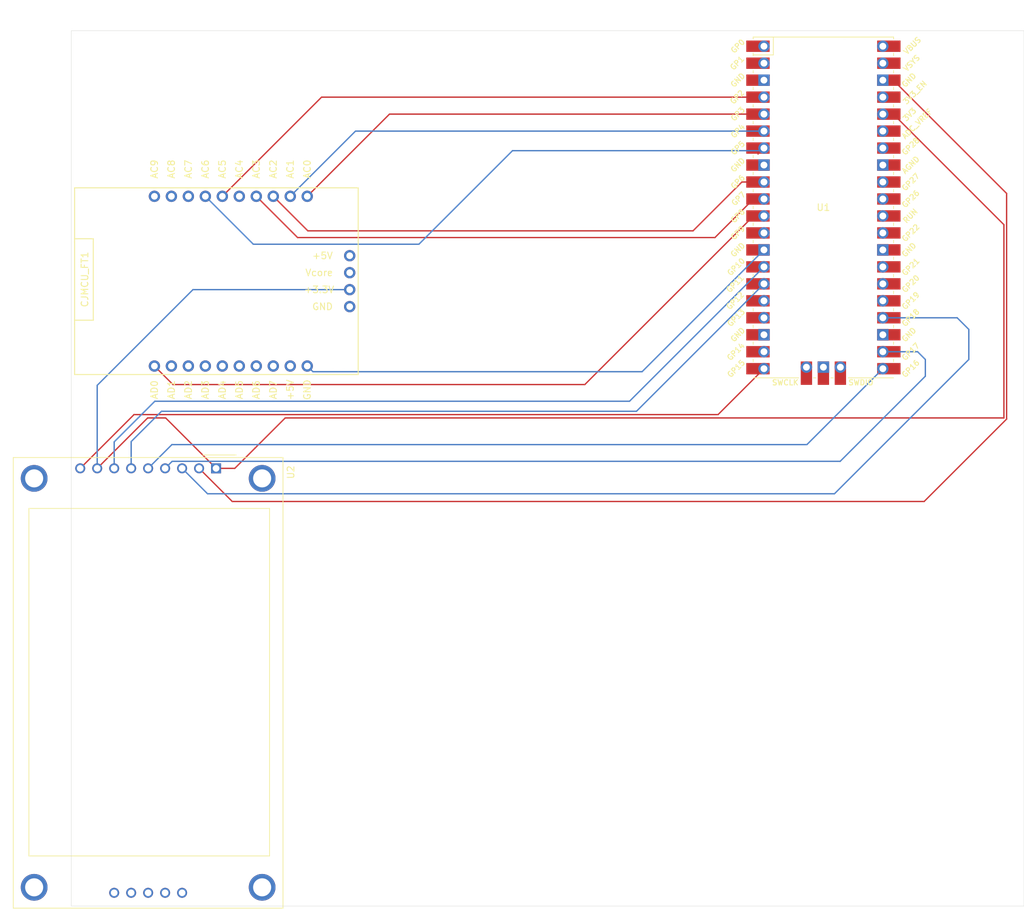
<source format=kicad_pcb>
(kicad_pcb (version 20241229) (generator "pcbnew") (generator_version "9.0")
  (layers (0 "F.Cu" signal) (2 "B.Cu" signal) (13 "F.Paste" user) (15 "B.Paste" user) (5 "F.SilkS" user "F.Silkscreen") (7 "B.SilkS" user "B.Silkscreen") (1 "F.Mask" user) (3 "B.Mask" user) (25 "Edge.Cuts" user))
  (net 0 "")
  (net 2 "Net-(U1-3V3)")
  (net 6 "Net-(U1-GPIO7)")
  (net 9 "Net-(U1-GPIO2)")
  (net 10 "Net-(U1-GPIO6)")
  (net 11 "Net-(U1-GPIO8)")
  (net 13 "Net-(U1-GPIO5)")
  (net 17 "Net-(U1-GPIO3)")
  (net 18 "Net-(U1-GPIO4)")
  (net 23 "Net-(CJMCU_FT1-GND-PadGND1)")
  (net 25 "Net-(U1-GPIO10)")
  (net 29 "Net-(U1-GPIO16)")
  (net 30 "Net-(U2-GND)")
  (net 34 "Net-(U1-GPIO11)")
  (net 40 "Net-(U1-GPIO17)")
  (net 47 "Net-(U1-GPIO18)")
  (net 54 "Net-(U1-GPIO15)")
  (net 59 "unconnected-(U1-GND-Pad3)")
  (footprint "Indira_Setu:RPi_Pico_SMD_TH" (layer "F.Cu") (at 166.5 56.5)
    (property "Reference" "U1" (at 0 0 0) (layer "F.SilkS"))
    (property "Value" "Pico")
    (fp_line (start -10.5 -25.5) (end -10.5 -25.2) (stroke (width 0.12)) (layer "F.SilkS"))
    (fp_line (start -10.5 -25.5) (end 10.5 -25.5) (stroke (width 0.12)) (layer "F.SilkS"))
    (fp_line (start -10.5 -23.1) (end -10.5 -22.7) (stroke (width 0.12)) (layer "F.SilkS"))
    (fp_line (start -10.5 -22.833) (end -7.493 -22.833) (stroke (width 0.12)) (layer "F.SilkS"))
    (fp_line (start -10.5 -20.5) (end -10.5 -20.1) (stroke (width 0.12)) (layer "F.SilkS"))
    (fp_line (start -10.5 -18) (end -10.5 -17.6) (stroke (width 0.12)) (layer "F.SilkS"))
    (fp_line (start -10.5 -15.4) (end -10.5 -15) (stroke (width 0.12)) (layer "F.SilkS"))
    (fp_line (start -10.5 -12.9) (end -10.5 -12.5) (stroke (width 0.12)) (layer "F.SilkS"))
    (fp_line (start -10.5 -10.4) (end -10.5 -10) (stroke (width 0.12)) (layer "F.SilkS"))
    (fp_line (start -10.5 -7.8) (end -10.5 -7.4) (stroke (width 0.12)) (layer "F.SilkS"))
    (fp_line (start -10.5 -5.3) (end -10.5 -4.9) (stroke (width 0.12)) (layer "F.SilkS"))
    (fp_line (start -10.5 -2.7) (end -10.5 -2.3) (stroke (width 0.12)) (layer "F.SilkS"))
    (fp_line (start -10.5 -0.2) (end -10.5 0.2) (stroke (width 0.12)) (layer "F.SilkS"))
    (fp_line (start -10.5 2.3) (end -10.5 2.7) (stroke (width 0.12)) (layer "F.SilkS"))
    (fp_line (start -10.5 4.9) (end -10.5 5.3) (stroke (width 0.12)) (layer "F.SilkS"))
    (fp_line (start -10.5 7.4) (end -10.5 7.8) (stroke (width 0.12)) (layer "F.SilkS"))
    (fp_line (start -10.5 10) (end -10.5 10.4) (stroke (width 0.12)) (layer "F.SilkS"))
    (fp_line (start -10.5 12.5) (end -10.5 12.9) (stroke (width 0.12)) (layer "F.SilkS"))
    (fp_line (start -10.5 15.1) (end -10.5 15.5) (stroke (width 0.12)) (layer "F.SilkS"))
    (fp_line (start -10.5 17.6) (end -10.5 18) (stroke (width 0.12)) (layer "F.SilkS"))
    (fp_line (start -10.5 20.1) (end -10.5 20.5) (stroke (width 0.12)) (layer "F.SilkS"))
    (fp_line (start -10.5 22.7) (end -10.5 23.1) (stroke (width 0.12)) (layer "F.SilkS"))
    (fp_line (start -7.493 -22.833) (end -7.493 -25.5) (stroke (width 0.12)) (layer "F.SilkS"))
    (fp_line (start -3.7 25.5) (end -10.5 25.5) (stroke (width 0.12)) (layer "F.SilkS"))
    (fp_line (start -1.5 25.5) (end -1.1 25.5) (stroke (width 0.12)) (layer "F.SilkS"))
    (fp_line (start 1.1 25.5) (end 1.5 25.5) (stroke (width 0.12)) (layer "F.SilkS"))
    (fp_line (start 10.5 -25.5) (end 10.5 -25.2) (stroke (width 0.12)) (layer "F.SilkS"))
    (fp_line (start 10.5 -23.1) (end 10.5 -22.7) (stroke (width 0.12)) (layer "F.SilkS"))
    (fp_line (start 10.5 -20.5) (end 10.5 -20.1) (stroke (width 0.12)) (layer "F.SilkS"))
    (fp_line (start 10.5 -18) (end 10.5 -17.6) (stroke (width 0.12)) (layer "F.SilkS"))
    (fp_line (start 10.5 -15.4) (end 10.5 -15) (stroke (width 0.12)) (layer "F.SilkS"))
    (fp_line (start 10.5 -12.9) (end 10.5 -12.5) (stroke (width 0.12)) (layer "F.SilkS"))
    (fp_line (start 10.5 -10.4) (end 10.5 -10) (stroke (width 0.12)) (layer "F.SilkS"))
    (fp_line (start 10.5 -7.8) (end 10.5 -7.4) (stroke (width 0.12)) (layer "F.SilkS"))
    (fp_line (start 10.5 -5.3) (end 10.5 -4.9) (stroke (width 0.12)) (layer "F.SilkS"))
    (fp_line (start 10.5 -2.7) (end 10.5 -2.3) (stroke (width 0.12)) (layer "F.SilkS"))
    (fp_line (start 10.5 -0.2) (end 10.5 0.2) (stroke (width 0.12)) (layer "F.SilkS"))
    (fp_line (start 10.5 2.3) (end 10.5 2.7) (stroke (width 0.12)) (layer "F.SilkS"))
    (fp_line (start 10.5 4.9) (end 10.5 5.3) (stroke (width 0.12)) (layer "F.SilkS"))
    (fp_line (start 10.5 7.4) (end 10.5 7.8) (stroke (width 0.12)) (layer "F.SilkS"))
    (fp_line (start 10.5 10) (end 10.5 10.4) (stroke (width 0.12)) (layer "F.SilkS"))
    (fp_line (start 10.5 12.5) (end 10.5 12.9) (stroke (width 0.12)) (layer "F.SilkS"))
    (fp_line (start 10.5 15.1) (end 10.5 15.5) (stroke (width 0.12)) (layer "F.SilkS"))
    (fp_line (start 10.5 17.6) (end 10.5 18) (stroke (width 0.12)) (layer "F.SilkS"))
    (fp_line (start 10.5 20.1) (end 10.5 20.5) (stroke (width 0.12)) (layer "F.SilkS"))
    (fp_line (start 10.5 22.7) (end 10.5 23.1) (stroke (width 0.12)) (layer "F.SilkS"))
    (fp_line (start 10.5 25.5) (end 3.7 25.5) (stroke (width 0.12)) (layer "F.SilkS"))
    (fp_text user "GP10" (at -13.054 8.89 45) (layer "F.SilkS") (effects (font (size 0.8 0.8))))
    (fp_text user "SWCLK" (at -5.7 26.2 0) (layer "F.SilkS") (effects (font (size 0.8 0.8))))
    (fp_text user "GP17" (at 13.054 21.59 45) (layer "F.SilkS") (effects (font (size 0.8 0.8))))
    (fp_text user "GP26" (at 13.054 -1.27 45) (layer "F.SilkS") (effects (font (size 0.8 0.8))))
    (fp_text user "GND" (at 12.8 6.35 45) (layer "F.SilkS") (effects (font (size 0.8 0.8))))
    (fp_text user "GP14" (at -13.1 21.59 45) (layer "F.SilkS") (effects (font (size 0.8 0.8))))
    (fp_text user "GP20" (at 13.054 11.43 45) (layer "F.SilkS") (effects (font (size 0.8 0.8))))
    (fp_text user "RUN" (at 13 1.27 45) (layer "F.SilkS") (effects (font (size 0.8 0.8))))
    (fp_text user "GP6" (at -12.8 -3.81 45) (layer "F.SilkS") (effects (font (size 0.8 0.8))))
    (fp_text user "AGND" (at 13.054 -6.35 45) (layer "F.SilkS") (effects (font (size 0.8 0.8))))
    (fp_text user "GND" (at -12.8 -19.05 45) (layer "F.SilkS") (effects (font (size 0.8 0.8))))
    (fp_text user "3V3" (at 12.9 -13.9 45) (layer "F.SilkS") (effects (font (size 0.8 0.8))))
    (fp_text user "GND" (at -12.8 19.05 45) (layer "F.SilkS") (effects (font (size 0.8 0.8))))
    (fp_text user "SWDIO" (at 5.6 26.2 0) (layer "F.SilkS") (effects (font (size 0.8 0.8))))
    (fp_text user "GP0" (at -12.8 -24.13 45) (layer "F.SilkS") (effects (font (size 0.8 0.8))))
    (fp_text user "GP27" (at 13.054 -3.8 45) (layer "F.SilkS") (effects (font (size 0.8 0.8))))
    (fp_text user "GP22" (at 13.054 3.81 45) (layer "F.SilkS") (effects (font (size 0.8 0.8))))
    (fp_text user "GP18" (at 13.054 16.51 45) (layer "F.SilkS") (effects (font (size 0.8 0.8))))
    (fp_text user "3V3_EN" (at 13.7 -17.2 45) (layer "F.SilkS") (effects (font (size 0.8 0.8))))
    (fp_text user "VBUS" (at 13.3 -24.2 45) (layer "F.SilkS") (effects (font (size 0.8 0.8))))
    (fp_text user "GP9" (at -12.8 3.81 45) (layer "F.SilkS") (effects (font (size 0.8 0.8))))
    (fp_text user "GP11" (at -13.2 11.43 45) (layer "F.SilkS") (effects (font (size 0.8 0.8))))
    (fp_text user "GP15" (at -13.054 24.13 45) (layer "F.SilkS") (effects (font (size 0.8 0.8))))
    (fp_text user "GP19" (at 13.054 13.97 45) (layer "F.SilkS") (effects (font (size 0.8 0.8))))
    (fp_text user "GP7" (at -12.7 -1.3 45) (layer "F.SilkS") (effects (font (size 0.8 0.8))))
    (fp_text user "GP12" (at -13.2 13.97 45) (layer "F.SilkS") (effects (font (size 0.8 0.8))))
    (fp_text user "GP21" (at 13.054 8.9 45) (layer "F.SilkS") (effects (font (size 0.8 0.8))))
    (fp_text user "GP2" (at -12.9 -16.51 45) (layer "F.SilkS") (effects (font (size 0.8 0.8))))
    (fp_text user "GP28" (at 13.054 -9.144 45) (layer "F.SilkS") (effects (font (size 0.8 0.8))))
    (fp_text user "ADC_VREF" (at 14 -12.5 45) (layer "F.SilkS") (effects (font (size 0.8 0.8))))
    (fp_text user "GND" (at 12.8 19.05 45) (layer "F.SilkS") (effects (font (size 0.8 0.8))))
    (fp_text user "GP13" (at -13.054 16.51 45) (layer "F.SilkS") (effects (font (size 0.8 0.8))))
    (fp_text user "GP1" (at -12.9 -21.6 45) (layer "F.SilkS") (effects (font (size 0.8 0.8))))
    (fp_text user "GP4" (at -12.8 -11.43 45) (layer "F.SilkS") (effects (font (size 0.8 0.8))))
    (fp_text user "GND" (at 12.8 -19.05 45) (layer "F.SilkS") (effects (font (size 0.8 0.8))))
    (fp_text user "GP8" (at -12.8 1.27 45) (layer "F.SilkS") (effects (font (size 0.8 0.8))))
    (fp_text user "GP16" (at 13.054 24.13 45) (layer "F.SilkS") (effects (font (size 0.8 0.8))))
    (fp_text user "GP3" (at -12.8 -13.97 45) (layer "F.SilkS") (effects (font (size 0.8 0.8))))
    (fp_text user "VSYS" (at 13.2 -21.59 45) (layer "F.SilkS") (effects (font (size 0.8 0.8))))
    (fp_text user "GND" (at -12.8 -6.35 45) (layer "F.SilkS") (effects (font (size 0.8 0.8))))
    (fp_text user "GP5" (at -12.8 -8.89 45) (layer "F.SilkS") (effects (font (size 0.8 0.8))))
    (fp_text user "GND" (at -12.8 6.35 45) (layer "F.SilkS") (effects (font (size 0.8 0.8))))
    (pad "" np_thru_hole oval (at -2.725 -24) (size 1.8 1.8) (drill 1.8) (layers "*.Cu" "*.Mask"))
    (pad "" np_thru_hole oval (at -2.425 -20.97) (size 1.5 1.5) (drill 1.5) (layers "*.Cu" "*.Mask"))
    (pad "" np_thru_hole oval (at 2.425 -20.97) (size 1.5 1.5) (drill 1.5) (layers "*.Cu" "*.Mask"))
    (pad "" np_thru_hole oval (at 2.725 -24) (size 1.8 1.8) (drill 1.8) (layers "*.Cu" "*.Mask"))
    (pad "1" thru_hole oval (at -8.89 -24.13) (size 1.7 1.7) (drill 1.02) (layers "*.Cu" "*.Mask"))
    (pad "1" smd rect (at -8.89 -24.13) (size 3.5 1.7) (drill (offset -0.9 0)) (layers "F.Cu" "F.Mask"))
    (pad "2" thru_hole oval (at -8.89 -21.59) (size 1.7 1.7) (drill 1.02) (layers "*.Cu" "*.Mask"))
    (pad "2" smd rect (at -8.89 -21.59) (size 3.5 1.7) (drill (offset -0.9 0)) (layers "F.Cu" "F.Mask"))
    (pad "3" thru_hole rect (at -8.89 -19.05) (size 1.7 1.7) (drill 1.02) (layers "*.Cu" "*.Mask") (net 59 "unconnected-(U1-GND-Pad3)"))
    (pad "3" smd rect (at -8.89 -19.05) (size 3.5 1.7) (drill (offset -0.9 0)) (layers "F.Cu" "F.Mask") (net 59 "unconnected-(U1-GND-Pad3)"))
    (pad "4" thru_hole oval (at -8.89 -16.51) (size 1.7 1.7) (drill 1.02) (layers "*.Cu" "*.Mask") (net 9 "Net-(U1-GPIO2)"))
    (pad "4" smd rect (at -8.89 -16.51) (size 3.5 1.7) (drill (offset -0.9 0)) (layers "F.Cu" "F.Mask") (net 9 "Net-(U1-GPIO2)"))
    (pad "5" thru_hole oval (at -8.89 -13.97) (size 1.7 1.7) (drill 1.02) (layers "*.Cu" "*.Mask") (net 17 "Net-(U1-GPIO3)"))
    (pad "5" smd rect (at -8.89 -13.97) (size 3.5 1.7) (drill (offset -0.9 0)) (layers "F.Cu" "F.Mask") (net 17 "Net-(U1-GPIO3)"))
    (pad "6" thru_hole oval (at -8.89 -11.43) (size 1.7 1.7) (drill 1.02) (layers "*.Cu" "*.Mask") (net 18 "Net-(U1-GPIO4)"))
    (pad "6" smd rect (at -8.89 -11.43) (size 3.5 1.7) (drill (offset -0.9 0)) (layers "F.Cu" "F.Mask") (net 18 "Net-(U1-GPIO4)"))
    (pad "7" thru_hole oval (at -8.89 -8.89) (size 1.7 1.7) (drill 1.02) (layers "*.Cu" "*.Mask") (net 13 "Net-(U1-GPIO5)"))
    (pad "7" smd rect (at -8.89 -8.89) (size 3.5 1.7) (drill (offset -0.9 0)) (layers "F.Cu" "F.Mask") (net 13 "Net-(U1-GPIO5)"))
    (pad "8" thru_hole rect (at -8.89 -6.35) (size 1.7 1.7) (drill 1.02) (layers "*.Cu" "*.Mask"))
    (pad "8" smd rect (at -8.89 -6.35) (size 3.5 1.7) (drill (offset -0.9 0)) (layers "F.Cu" "F.Mask"))
    (pad "9" thru_hole oval (at -8.89 -3.81) (size 1.7 1.7) (drill 1.02) (layers "*.Cu" "*.Mask") (net 10 "Net-(U1-GPIO6)"))
    (pad "9" smd rect (at -8.89 -3.81) (size 3.5 1.7) (drill (offset -0.9 0)) (layers "F.Cu" "F.Mask") (net 10 "Net-(U1-GPIO6)"))
    (pad "10" thru_hole oval (at -8.89 -1.27) (size 1.7 1.7) (drill 1.02) (layers "*.Cu" "*.Mask") (net 6 "Net-(U1-GPIO7)"))
    (pad "10" smd rect (at -8.89 -1.27) (size 3.5 1.7) (drill (offset -0.9 0)) (layers "F.Cu" "F.Mask") (net 6 "Net-(U1-GPIO7)"))
    (pad "11" thru_hole oval (at -8.89 1.27) (size 1.7 1.7) (drill 1.02) (layers "*.Cu" "*.Mask") (net 11 "Net-(U1-GPIO8)"))
    (pad "11" smd rect (at -8.89 1.27) (size 3.5 1.7) (drill (offset -0.9 0)) (layers "F.Cu" "F.Mask") (net 11 "Net-(U1-GPIO8)"))
    (pad "12" thru_hole oval (at -8.89 3.81) (size 1.7 1.7) (drill 1.02) (layers "*.Cu" "*.Mask"))
    (pad "12" smd rect (at -8.89 3.81) (size 3.5 1.7) (drill (offset -0.9 0)) (layers "F.Cu" "F.Mask"))
    (pad "13" thru_hole rect (at -8.89 6.35) (size 1.7 1.7) (drill 1.02) (layers "*.Cu" "*.Mask") (net 23 "Net-(CJMCU_FT1-GND-PadGND1)"))
    (pad "13" smd rect (at -8.89 6.35) (size 3.5 1.7) (drill (offset -0.9 0)) (layers "F.Cu" "F.Mask") (net 23 "Net-(CJMCU_FT1-GND-PadGND1)"))
    (pad "14" thru_hole oval (at -8.89 8.89) (size 1.7 1.7) (drill 1.02) (layers "*.Cu" "*.Mask") (net 25 "Net-(U1-GPIO10)"))
    (pad "14" smd rect (at -8.89 8.89) (size 3.5 1.7) (drill (offset -0.9 0)) (layers "F.Cu" "F.Mask") (net 25 "Net-(U1-GPIO10)"))
    (pad "15" thru_hole oval (at -8.89 11.43) (size 1.7 1.7) (drill 1.02) (layers "*.Cu" "*.Mask") (net 34 "Net-(U1-GPIO11)"))
    (pad "15" smd rect (at -8.89 11.43) (size 3.5 1.7) (drill (offset -0.9 0)) (layers "F.Cu" "F.Mask") (net 34 "Net-(U1-GPIO11)"))
    (pad "16" thru_hole oval (at -8.89 13.97) (size 1.7 1.7) (drill 1.02) (layers "*.Cu" "*.Mask"))
    (pad "16" smd rect (at -8.89 13.97) (size 3.5 1.7) (drill (offset -0.9 0)) (layers "F.Cu" "F.Mask"))
    (pad "17" thru_hole oval (at -8.89 16.51) (size 1.7 1.7) (drill 1.02) (layers "*.Cu" "*.Mask"))
    (pad "17" smd rect (at -8.89 16.51) (size 3.5 1.7) (drill (offset -0.9 0)) (layers "F.Cu" "F.Mask"))
    (pad "18" thru_hole rect (at -8.89 19.05) (size 1.7 1.7) (drill 1.02) (layers "*.Cu" "*.Mask"))
    (pad "18" smd rect (at -8.89 19.05) (size 3.5 1.7) (drill (offset -0.9 0)) (layers "F.Cu" "F.Mask"))
    (pad "19" thru_hole oval (at -8.89 21.59) (size 1.7 1.7) (drill 1.02) (layers "*.Cu" "*.Mask"))
    (pad "19" smd rect (at -8.89 21.59) (size 3.5 1.7) (drill (offset -0.9 0)) (layers "F.Cu" "F.Mask"))
    (pad "20" thru_hole oval (at -8.89 24.13) (size 1.7 1.7) (drill 1.02) (layers "*.Cu" "*.Mask") (net 54 "Net-(U1-GPIO15)"))
    (pad "20" smd rect (at -8.89 24.13) (size 3.5 1.7) (drill (offset -0.9 0)) (layers "F.Cu" "F.Mask") (net 54 "Net-(U1-GPIO15)"))
    (pad "21" thru_hole oval (at 8.89 24.13) (size 1.7 1.7) (drill 1.02) (layers "*.Cu" "*.Mask") (net 29 "Net-(U1-GPIO16)"))
    (pad "21" smd rect (at 8.89 24.13) (size 3.5 1.7) (drill (offset 0.9 0)) (layers "F.Cu" "F.Mask") (net 29 "Net-(U1-GPIO16)"))
    (pad "22" thru_hole oval (at 8.89 21.59) (size 1.7 1.7) (drill 1.02) (layers "*.Cu" "*.Mask") (net 40 "Net-(U1-GPIO17)"))
    (pad "22" smd rect (at 8.89 21.59) (size 3.5 1.7) (drill (offset 0.9 0)) (layers "F.Cu" "F.Mask") (net 40 "Net-(U1-GPIO17)"))
    (pad "23" thru_hole rect (at 8.89 19.05) (size 1.7 1.7) (drill 1.02) (layers "*.Cu" "*.Mask"))
    (pad "23" smd rect (at 8.89 19.05) (size 3.5 1.7) (drill (offset 0.9 0)) (layers "F.Cu" "F.Mask"))
    (pad "24" thru_hole oval (at 8.89 16.51) (size 1.7 1.7) (drill 1.02) (layers "*.Cu" "*.Mask") (net 47 "Net-(U1-GPIO18)"))
    (pad "24" smd rect (at 8.89 16.51) (size 3.5 1.7) (drill (offset 0.9 0)) (layers "F.Cu" "F.Mask") (net 47 "Net-(U1-GPIO18)"))
    (pad "25" thru_hole oval (at 8.89 13.97) (size 1.7 1.7) (drill 1.02) (layers "*.Cu" "*.Mask"))
    (pad "25" smd rect (at 8.89 13.97) (size 3.5 1.7) (drill (offset 0.9 0)) (layers "F.Cu" "F.Mask"))
    (pad "26" thru_hole oval (at 8.89 11.43) (size 1.7 1.7) (drill 1.02) (layers "*.Cu" "*.Mask"))
    (pad "26" smd rect (at 8.89 11.43) (size 3.5 1.7) (drill (offset 0.9 0)) (layers "F.Cu" "F.Mask"))
    (pad "27" thru_hole oval (at 8.89 8.89) (size 1.7 1.7) (drill 1.02) (layers "*.Cu" "*.Mask"))
    (pad "27" smd rect (at 8.89 8.89) (size 3.5 1.7) (drill (offset 0.9 0)) (layers "F.Cu" "F.Mask"))
    (pad "28" thru_hole rect (at 8.89 6.35) (size 1.7 1.7) (drill 1.02) (layers "*.Cu" "*.Mask"))
    (pad "28" smd rect (at 8.89 6.35) (size 3.5 1.7) (drill (offset 0.9 0)) (layers "F.Cu" "F.Mask"))
    (pad "29" thru_hole oval (at 8.89 3.81) (size 1.7 1.7) (drill 1.02) (layers "*.Cu" "*.Mask"))
    (pad "29" smd rect (at 8.89 3.81) (size 3.5 1.7) (drill (offset 0.9 0)) (layers "F.Cu" "F.Mask"))
    (pad "30" thru_hole oval (at 8.89 1.27) (size 1.7 1.7) (drill 1.02) (layers "*.Cu" "*.Mask"))
    (pad "30" smd rect (at 8.89 1.27) (size 3.5 1.7) (drill (offset 0.9 0)) (layers "F.Cu" "F.Mask"))
    (pad "31" thru_hole oval (at 8.89 -1.27) (size 1.7 1.7) (drill 1.02) (layers "*.Cu" "*.Mask"))
    (pad "31" smd rect (at 8.89 -1.27) (size 3.5 1.7) (drill (offset 0.9 0)) (layers "F.Cu" "F.Mask"))
    (pad "32" thru_hole oval (at 8.89 -3.81) (size 1.7 1.7) (drill 1.02) (layers "*.Cu" "*.Mask"))
    (pad "32" smd rect (at 8.89 -3.81) (size 3.5 1.7) (drill (offset 0.9 0)) (layers "F.Cu" "F.Mask"))
    (pad "33" thru_hole rect (at 8.89 -6.35) (size 1.7 1.7) (drill 1.02) (layers "*.Cu" "*.Mask"))
    (pad "33" smd rect (at 8.89 -6.35) (size 3.5 1.7) (drill (offset 0.9 0)) (layers "F.Cu" "F.Mask"))
    (pad "34" thru_hole oval (at 8.89 -8.89) (size 1.7 1.7) (drill 1.02) (layers "*.Cu" "*.Mask"))
    (pad "34" smd rect (at 8.89 -8.89) (size 3.5 1.7) (drill (offset 0.9 0)) (layers "F.Cu" "F.Mask"))
    (pad "35" thru_hole oval (at 8.89 -11.43) (size 1.7 1.7) (drill 1.02) (layers "*.Cu" "*.Mask"))
    (pad "35" smd rect (at 8.89 -11.43) (size 3.5 1.7) (drill (offset 0.9 0)) (layers "F.Cu" "F.Mask"))
    (pad "36" thru_hole oval (at 8.89 -13.97) (size 1.7 1.7) (drill 1.02) (layers "*.Cu" "*.Mask") (net 2 "Net-(U1-3V3)"))
    (pad "36" smd rect (at 8.89 -13.97) (size 3.5 1.7) (drill (offset 0.9 0)) (layers "F.Cu" "F.Mask") (net 2 "Net-(U1-3V3)"))
    (pad "37" thru_hole oval (at 8.89 -16.51) (size 1.7 1.7) (drill 1.02) (layers "*.Cu" "*.Mask"))
    (pad "37" smd rect (at 8.89 -16.51) (size 3.5 1.7) (drill (offset 0.9 0)) (layers "F.Cu" "F.Mask"))
    (pad "38" thru_hole rect (at 8.89 -19.05) (size 1.7 1.7) (drill 1.02) (layers "*.Cu" "*.Mask") (net 30 "Net-(U2-GND)"))
    (pad "38" smd rect (at 8.89 -19.05) (size 3.5 1.7) (drill (offset 0.9 0)) (layers "F.Cu" "F.Mask") (net 30 "Net-(U2-GND)"))
    (pad "39" thru_hole oval (at 8.89 -21.59) (size 1.7 1.7) (drill 1.02) (layers "*.Cu" "*.Mask"))
    (pad "39" smd rect (at 8.89 -21.59) (size 3.5 1.7) (drill (offset 0.9 0)) (layers "F.Cu" "F.Mask"))
    (pad "40" thru_hole oval (at 8.89 -24.13) (size 1.7 1.7) (drill 1.02) (layers "*.Cu" "*.Mask"))
    (pad "40" smd rect (at 8.89 -24.13) (size 3.5 1.7) (drill (offset 0.9 0)) (layers "F.Cu" "F.Mask"))
    (pad "41" thru_hole oval (at -2.54 23.9) (size 1.7 1.7) (drill 1.02) (layers "*.Cu" "*.Mask"))
    (pad "41" smd rect (at -2.54 23.9 90) (size 3.5 1.7) (drill (offset -0.9 0)) (layers "F.Cu" "F.Mask"))
    (pad "42" thru_hole rect (at 0 23.9) (size 1.7 1.7) (drill 1.02) (layers "*.Cu" "*.Mask"))
    (pad "42" smd rect (at 0 23.9 90) (size 3.5 1.7) (drill (offset -0.9 0)) (layers "F.Cu" "F.Mask"))
    (pad "43" thru_hole oval (at 2.54 23.9) (size 1.7 1.7) (drill 1.02) (layers "*.Cu" "*.Mask"))
    (pad "43" smd rect (at 2.54 23.9 90) (size 3.5 1.7) (drill (offset -0.9 0)) (layers "F.Cu" "F.Mask"))
  )
  (footprint "Indira_Setu:CJMCU_FT232H" (layer "F.Cu") (at 54.5 81.5 90)
    (property "Reference" "CJMCU_FT1" (at 14.224 1.524 90) (layer "F.SilkS"))
    (property "Value" "CJMCU_FT232H")
    (fp_line (start 19.812 0) (end 27.94 0) (stroke (width 0.15)) (layer "F.SilkS"))
    (fp_line (start 19.812 0) (end 7.62 0) (stroke (width 0.15)) (layer "F.SilkS"))
    (fp_line (start 8.128 0) (end 8.128 2.794) (stroke (width 0.15)) (layer "F.SilkS"))
    (fp_line (start 0 0) (end 7.62 0) (stroke (width 0.15)) (layer "F.SilkS"))
    (fp_line (start 0 0) (end 0 42.418) (stroke (width 0.15)) (layer "F.SilkS"))
    (fp_line (start 20.32 2.794) (end 20.32 0) (stroke (width 0.15)) (layer "F.SilkS"))
    (fp_line (start 8.128 2.794) (end 20.32 2.794) (stroke (width 0.15)) (layer "F.SilkS"))
    (fp_line (start 27.94 42.418) (end 27.94 0) (stroke (width 0.15)) (layer "F.SilkS"))
    (fp_line (start 0 42.418) (end 27.94 42.418) (stroke (width 0.15)) (layer "F.SilkS"))
    (fp_text user "AD6" (at -2.286 27.178 90) (layer "F.SilkS"))
    (fp_text user "AC2" (at 30.734 29.718 90) (layer "F.SilkS"))
    (fp_text user "AD1" (at -2.286 14.478 90) (layer "F.SilkS"))
    (fp_text user "AC8" (at 30.734 14.478 90) (layer "F.SilkS"))
    (fp_text user "AC9" (at 30.734 11.938 90) (layer "F.SilkS"))
    (fp_text user "AD7" (at -2.286 29.718 90) (layer "F.SilkS"))
    (fp_text user "AC1" (at 30.734 32.258 90) (layer "F.SilkS"))
    (fp_text user "AC3" (at 30.734 27.178 90) (layer "F.SilkS"))
    (fp_text user "AD0" (at -2.286 11.938 90) (layer "F.SilkS"))
    (fp_text user "+3.3V" (at 12.7 36.576 0) (layer "F.SilkS"))
    (fp_text user "+5V" (at 17.78 37.084 0) (layer "F.SilkS"))
    (fp_text user "AC7" (at 30.734 17.018 90) (layer "F.SilkS"))
    (fp_text user "AC0" (at 30.734 34.798 90) (layer "F.SilkS"))
    (fp_text user "AD3" (at -2.286 19.558 90) (layer "F.SilkS"))
    (fp_text user "AC6" (at 30.734 19.558 90) (layer "F.SilkS"))
    (fp_text user "AD4" (at -2.286 22.098 90) (layer "F.SilkS"))
    (fp_text user "GND" (at -2.286 34.798 90) (layer "F.SilkS"))
    (fp_text user "AD2" (at -2.286 17.018 90) (layer "F.SilkS"))
    (fp_text user "AC5" (at 30.734 22.098 90) (layer "F.SilkS"))
    (fp_text user "Vcore" (at 15.24 36.576 0) (layer "F.SilkS"))
    (fp_text user "AD5" (at -2.286 24.638 90) (layer "F.SilkS"))
    (fp_text user "AC4" (at 30.734 24.638 90) (layer "F.SilkS"))
    (fp_text user "+5V" (at -2.286 32.258 90) (layer "F.SilkS"))
    (fp_text user "GND" (at 10.16 37.084 0) (layer "F.SilkS"))
    (pad "" np_thru_hole circle (at 3.048 3.048 90) (size 4 4) (drill 4) (layers "*.Cu" "*.Mask"))
    (pad "" np_thru_hole circle (at 3.048 39.37 90) (size 4 4) (drill 4) (layers "*.Cu" "*.Mask"))
    (pad "" np_thru_hole circle (at 24.892 3.048 90) (size 4 4) (drill 4) (layers "*.Cu" "*.Mask"))
    (pad "" np_thru_hole circle (at 24.892 39.37 90) (size 4 4) (drill 4) (layers "*.Cu" "*.Mask"))
    (pad "+3.3V" thru_hole circle (at 12.7 41.148 90) (size 1.7 1.7) (drill 1) (layers "*.Cu" "*.Mask") (net 2 "Net-(U1-3V3)"))
    (pad "+5V1" thru_hole circle (at 1.27 32.258 90) (size 1.7 1.7) (drill 1) (layers "*.Cu" "*.Mask"))
    (pad "+5V2" thru_hole circle (at 17.78 41.148 90) (size 1.7 1.7) (drill 1) (layers "*.Cu" "*.Mask"))
    (pad "AC0" thru_hole circle (at 26.67 34.798 90) (size 1.7 1.7) (drill 1) (layers "*.Cu" "*.Mask") (net 17 "Net-(U1-GPIO3)"))
    (pad "AC1" thru_hole circle (at 26.67 32.258 90) (size 1.7 1.7) (drill 1) (layers "*.Cu" "*.Mask") (net 18 "Net-(U1-GPIO4)"))
    (pad "AC2" thru_hole circle (at 26.67 29.718 90) (size 1.7 1.7) (drill 1) (layers "*.Cu" "*.Mask") (net 10 "Net-(U1-GPIO6)"))
    (pad "AC3" thru_hole circle (at 26.67 27.178 90) (size 1.7 1.7) (drill 1) (layers "*.Cu" "*.Mask") (net 6 "Net-(U1-GPIO7)"))
    (pad "AC4" thru_hole circle (at 26.67 24.638 90) (size 1.7 1.7) (drill 1) (layers "*.Cu" "*.Mask"))
    (pad "AC5" thru_hole circle (at 26.67 22.098 90) (size 1.7 1.7) (drill 1) (layers "*.Cu" "*.Mask") (net 9 "Net-(U1-GPIO2)"))
    (pad "AC6" thru_hole circle (at 26.67 19.558 90) (size 1.7 1.7) (drill 1) (layers "*.Cu" "*.Mask") (net 13 "Net-(U1-GPIO5)"))
    (pad "AC7" thru_hole circle (at 26.67 17.018 90) (size 1.7 1.7) (drill 1) (layers "*.Cu" "*.Mask"))
    (pad "AC8" thru_hole circle (at 26.67 14.478 90) (size 1.7 1.7) (drill 1) (layers "*.Cu" "*.Mask"))
    (pad "AC9" thru_hole circle (at 26.67 11.938 90) (size 1.7 1.7) (drill 1) (layers "*.Cu" "*.Mask"))
    (pad "AD0" thru_hole circle (at 1.27 11.938 90) (size 1.7 1.7) (drill 1) (layers "*.Cu" "*.Mask") (net 11 "Net-(U1-GPIO8)"))
    (pad "AD1" thru_hole circle (at 1.27 14.478 90) (size 1.7 1.7) (drill 1) (layers "*.Cu" "*.Mask"))
    (pad "AD2" thru_hole circle (at 1.27 17.018 90) (size 1.7 1.7) (drill 1) (layers "*.Cu" "*.Mask"))
    (pad "AD3" thru_hole circle (at 1.27 19.558 90) (size 1.7 1.7) (drill 1) (layers "*.Cu" "*.Mask"))
    (pad "AD4" thru_hole circle (at 1.27 22.098 90) (size 1.7 1.7) (drill 1) (layers "*.Cu" "*.Mask"))
    (pad "AD5" thru_hole circle (at 1.27 24.638 90) (size 1.7 1.7) (drill 1) (layers "*.Cu" "*.Mask"))
    (pad "AD6" thru_hole circle (at 1.27 27.178 90) (size 1.7 1.7) (drill 1) (layers "*.Cu" "*.Mask"))
    (pad "AD7" thru_hole circle (at 1.27 29.718 90) (size 1.7 1.7) (drill 1) (layers "*.Cu" "*.Mask"))
    (pad "GND1" thru_hole circle (at 1.27 34.798 90) (size 1.7 1.7) (drill 1) (layers "*.Cu" "*.Mask") (net 23 "Net-(CJMCU_FT1-GND-PadGND1)"))
    (pad "GND2" thru_hole circle (at 10.16 41.148 90) (size 1.7 1.7) (drill 1) (layers "*.Cu" "*.Mask"))
    (pad "Vcore" thru_hole circle (at 15.24 41.148 90) (size 1.7 1.7) (drill 1) (layers "*.Cu" "*.Mask"))
  )
  (footprint "Display:CR2013-MI2120" (layer "F.Cu") (at 75.66 95.5425 -90)
    (property "Reference" "U2" (at 0.59 -11.18 90) (layer "F.SilkS"))
    (property "Value" "CR2013-MI2120")
    (fp_line (start -1.62 30.33) (end -1.62 -10.01) (stroke (width 0.12)) (layer "F.SilkS"))
    (fp_line (start 65.82 30.33) (end -1.62 30.33) (stroke (width 0.12)) (layer "F.SilkS"))
    (fp_line (start 6 28) (end 6 -8) (stroke (width 0.12)) (layer "F.SilkS"))
    (fp_line (start 58 28) (end 6 28) (stroke (width 0.12)) (layer "F.SilkS"))
    (fp_line (start -2 -3) (end -2 2) (stroke (width 0.12)) (layer "F.SilkS"))
    (fp_line (start 6 -8) (end 58 -8) (stroke (width 0.12)) (layer "F.SilkS"))
    (fp_line (start 58 -8) (end 58 28) (stroke (width 0.12)) (layer "F.SilkS"))
    (fp_line (start -1.62 -10.01) (end 65.82 -10.01) (stroke (width 0.12)) (layer "F.SilkS"))
    (fp_line (start 65.82 -10.01) (end 65.82 30.33) (stroke (width 0.12)) (layer "F.SilkS"))
    (pad "" thru_hole circle (at 1.5 -6.89 270) (size 4 4) (drill 2.7) (layers "*.Cu" "*.Mask"))
    (pad "" thru_hole circle (at 1.5 27.21 270) (size 4 4) (drill 2.7) (layers "*.Cu" "*.Mask"))
    (pad "" thru_hole circle (at 62.7 -6.89 270) (size 4 4) (drill 2.7) (layers "*.Cu" "*.Mask"))
    (pad "" thru_hole circle (at 62.7 27.21 270) (size 4 4) (drill 2.7) (layers "*.Cu" "*.Mask"))
    (pad "1" thru_hole rect (at 0 0 270) (size 1.5 1.5) (drill 1) (layers "*.Cu" "*.Mask") (net 2 "Net-(U1-3V3)"))
    (pad "2" thru_hole circle (at 0 2.54 270) (size 1.5 1.5) (drill 1) (layers "*.Cu" "*.Mask") (net 30 "Net-(U2-GND)"))
    (pad "3" thru_hole circle (at 0 5.08 270) (size 1.5 1.5) (drill 1) (layers "*.Cu" "*.Mask") (net 47 "Net-(U1-GPIO18)"))
    (pad "4" thru_hole circle (at 0 7.62 270) (size 1.5 1.5) (drill 1) (layers "*.Cu" "*.Mask") (net 40 "Net-(U1-GPIO17)"))
    (pad "5" thru_hole circle (at 0 10.16 270) (size 1.5 1.5) (drill 1) (layers "*.Cu" "*.Mask") (net 29 "Net-(U1-GPIO16)"))
    (pad "6" thru_hole circle (at 0 12.7 270) (size 1.5 1.5) (drill 1) (layers "*.Cu" "*.Mask") (net 34 "Net-(U1-GPIO11)"))
    (pad "7" thru_hole circle (at 0 15.24 270) (size 1.5 1.5) (drill 1) (layers "*.Cu" "*.Mask") (net 25 "Net-(U1-GPIO10)"))
    (pad "8" thru_hole circle (at 0 17.78 270) (size 1.5 1.5) (drill 1) (layers "*.Cu" "*.Mask") (net 2 "Net-(U1-3V3)"))
    (pad "9" thru_hole circle (at 0 20.32 270) (size 1.5 1.5) (drill 1) (layers "*.Cu" "*.Mask") (net 54 "Net-(U1-GPIO15)"))
    (pad "10" thru_hole circle (at 63.52 5.08 270) (size 1.5 1.5) (drill 1) (layers "*.Cu" "*.Mask"))
    (pad "11" thru_hole circle (at 63.52 7.62 270) (size 1.5 1.5) (drill 1) (layers "*.Cu" "*.Mask"))
    (pad "12" thru_hole circle (at 63.52 10.16 270) (size 1.5 1.5) (drill 1) (layers "*.Cu" "*.Mask"))
    (pad "13" thru_hole circle (at 63.52 12.7 270) (size 1.5 1.5) (drill 1) (layers "*.Cu" "*.Mask"))
    (pad "14" thru_hole circle (at 63.52 15.24 270) (size 1.5 1.5) (drill 1) (layers "*.Cu" "*.Mask"))
  )
  (gr_rect (start 54 30.0425) (end 196.5 161.0425) (stroke (width 0.05)) (fill no) (layer "Edge.Cuts"))
  (segment (start 175.39 42.53) (end 176.952 42.53) (width 0.2) (layer "F.Cu") (net 2))
  (segment (start 57.88 95.5425) (end 65.4225 88) (width 0.2) (layer "F.Cu") (net 2))
  (segment (start 86 88) (end 81.5 92.5) (width 0.2) (layer "F.Cu") (net 2))
  (segment (start 68.1175 88) (end 75.66 95.5425) (width 0.2) (layer "F.Cu") (net 2))
  (segment (start 193.5 88) (end 86 88) (width 0.2) (layer "F.Cu") (net 2))
  (segment (start 193.5 59.078) (end 193.5 88) (width 0.2) (layer "F.Cu") (net 2))
  (segment (start 78.4575 95.5425) (end 81.5 92.5) (width 0.2) (layer "F.Cu") (net 2))
  (segment (start 176.952 42.53) (end 193.5 59.078) (width 0.2) (layer "F.Cu") (net 2))
  (segment (start 75.66 95.5425) (end 78.4575 95.5425) (width 0.2) (layer "F.Cu") (net 2))
  (segment (start 65.4225 88) (end 68.1175 88) (width 0.2) (layer "F.Cu") (net 2))
  (segment (start 95.648 68.8) (end 72.2 68.8) (width 0.2) (layer "B.Cu") (net 2))
  (segment (start 57.88 83.12) (end 57.88 95.5425) (width 0.2) (layer "B.Cu") (net 2))
  (segment (start 72.2 68.8) (end 57.88 83.12) (width 0.2) (layer "B.Cu") (net 2))
  (segment (start 81.678 54.83) (end 87.848 61) (width 0.2) (layer "F.Cu") (net 6))
  (segment (start 156.048 55.23) (end 157.61 55.23) (width 0.2) (layer "F.Cu") (net 6))
  (segment (start 87.848 61) (end 150.278 61) (width 0.2) (layer "F.Cu") (net 6))
  (segment (start 150.278 61) (end 156.048 55.23) (width 0.2) (layer "F.Cu") (net 6))
  (segment (start 76.598 54.83) (end 91.438 39.99) (width 0.2) (layer "F.Cu") (net 9))
  (segment (start 91.438 39.99) (end 157.61 39.99) (width 0.2) (layer "F.Cu") (net 9))
  (segment (start 147 60) (end 154.31 52.69) (width 0.2) (layer "F.Cu") (net 10))
  (segment (start 84.218 54.83) (end 89.388 60) (width 0.2) (layer "F.Cu") (net 10))
  (segment (start 89.388 60) (end 147 60) (width 0.2) (layer "F.Cu") (net 10))
  (segment (start 154.31 52.69) (end 157.61 52.69) (width 0.2) (layer "F.Cu") (net 10))
  (segment (start 69.208 83) (end 130.818 83) (width 0.2) (layer "F.Cu") (net 11))
  (segment (start 66.438 80.23) (end 69.208 83) (width 0.2) (layer "F.Cu") (net 11))
  (segment (start 130.818 83) (end 156.048 57.77) (width 0.2) (layer "F.Cu") (net 11))
  (segment (start 156.048 57.77) (end 157.61 57.77) (width 0.2) (layer "F.Cu") (net 11))
  (segment (start 156.72 48.5) (end 157.61 47.61) (width 0.2) (layer "F.Cu") (net 13))
  (segment (start 106 62) (end 120 48) (width 0.2) (layer "B.Cu") (net 13))
  (segment (start 120 48) (end 157 48) (width 0.2) (layer "B.Cu") (net 13))
  (segment (start 74.058 54.83) (end 81.228 62) (width 0.2) (layer "B.Cu") (net 13))
  (segment (start 81.228 62) (end 106 62) (width 0.2) (layer "B.Cu") (net 13))
  (segment (start 101.598 42.53) (end 157.61 42.53) (width 0.2) (layer "F.Cu") (net 17))
  (segment (start 89.298 54.83) (end 101.598 42.53) (width 0.2) (layer "F.Cu") (net 17))
  (segment (start 86.758 54.83) (end 96.518 45.07) (width 0.2) (layer "B.Cu") (net 18))
  (segment (start 96.518 45.07) (end 157.61 45.07) (width 0.2) (layer "B.Cu") (net 18))
  (segment (start 89.298 80.23) (end 90.148 81.08) (width 0.2) (layer "B.Cu") (net 23))
  (segment (start 90.148 81.08) (end 139.38 81.08) (width 0.2) (layer "B.Cu") (net 23))
  (segment (start 139.38 81.08) (end 157.61 62.85) (width 0.2) (layer "B.Cu") (net 23))
  (segment (start 137.5 85.5) (end 157.61 65.39) (width 0.2) (layer "B.Cu") (net 25))
  (segment (start 60.42 95.5425) (end 60.42 91.58) (width 0.2) (layer "B.Cu") (net 25))
  (segment (start 60.42 91.58) (end 66.5 85.5) (width 0.2) (layer "B.Cu") (net 25))
  (segment (start 66.5 85.5) (end 137.5 85.5) (width 0.2) (layer "B.Cu") (net 25))
  (segment (start 164.0285 91.9915) (end 69.051 91.9915) (width 0.2) (layer "B.Cu") (net 29))
  (segment (start 69.051 91.9915) (end 65.5 95.5425) (width 0.2) (layer "B.Cu") (net 29))
  (segment (start 175.39 80.63) (end 164.0285 91.9915) (width 0.2) (layer "B.Cu") (net 29))
  (segment (start 176.952 37.45) (end 175.39 37.45) (width 0.2) (layer "F.Cu") (net 30))
  (segment (start 78.0775 100.5) (end 181.5671 100.5) (width 0.2) (layer "F.Cu") (net 30))
  (segment (start 181.5671 100.5) (end 193.901 88.1661) (width 0.2) (layer "F.Cu") (net 30))
  (segment (start 193.901 54.399) (end 176.952 37.45) (width 0.2) (layer "F.Cu") (net 30))
  (segment (start 73.12 95.5425) (end 78.0775 100.5) (width 0.2) (layer "F.Cu") (net 30))
  (segment (start 193.901 88.1661) (end 193.901 54.399) (width 0.2) (layer "F.Cu") (net 30))
  (segment (start 62.96 91.54) (end 67.5 87) (width 0.2) (layer "B.Cu") (net 34))
  (segment (start 67.5 87) (end 138.54 87) (width 0.2) (layer "B.Cu") (net 34))
  (segment (start 138.54 87) (end 157.61 67.93) (width 0.2) (layer "B.Cu") (net 34))
  (segment (start 62.96 95.5425) (end 62.96 91.54) (width 0.2) (layer "B.Cu") (net 34))
  (segment (start 69.091 94.4915) (end 68.04 95.5425) (width 0.2) (layer "B.Cu") (net 40))
  (segment (start 181.75 79.25) (end 181.75 81.75) (width 0.2) (layer "B.Cu") (net 40))
  (segment (start 181.75 81.75) (end 169.0085 94.4915) (width 0.2) (layer "B.Cu") (net 40))
  (segment (start 180.59 78.09) (end 181.75 79.25) (width 0.2) (layer "B.Cu") (net 40))
  (segment (start 175.39 78.09) (end 180.59 78.09) (width 0.2) (layer "B.Cu") (net 40))
  (segment (start 169.0085 94.4915) (end 69.091 94.4915) (width 0.2) (layer "B.Cu") (net 40))
  (segment (start 168.1565 99.3435) (end 188.25 79.25) (width 0.2) (layer "B.Cu") (net 47))
  (segment (start 188.25 74.75) (end 186.51 73.01) (width 0.2) (layer "B.Cu") (net 47))
  (segment (start 188.25 79.25) (end 188.25 74.75) (width 0.2) (layer "B.Cu") (net 47))
  (segment (start 186.51 73.01) (end 175.39 73.01) (width 0.2) (layer "B.Cu") (net 47))
  (segment (start 74.381 99.3435) (end 168.1565 99.3435) (width 0.2) (layer "B.Cu") (net 47))
  (segment (start 70.58 95.5425) (end 74.381 99.3435) (width 0.2) (layer "B.Cu") (net 47))
  (segment (start 63.3825 87.5) (end 150.74 87.5) (width 0.2) (layer "F.Cu") (net 54))
  (segment (start 55.34 95.5425) (end 63.3825 87.5) (width 0.2) (layer "F.Cu") (net 54))
  (segment (start 150.74 87.5) (end 157.61 80.63) (width 0.2) (layer "F.Cu") (net 54))
  (segment (start 157.56 37.5) (end 157.61 37.45) (width 0.2) (layer "B.Cu") (net 59))
)
</source>
